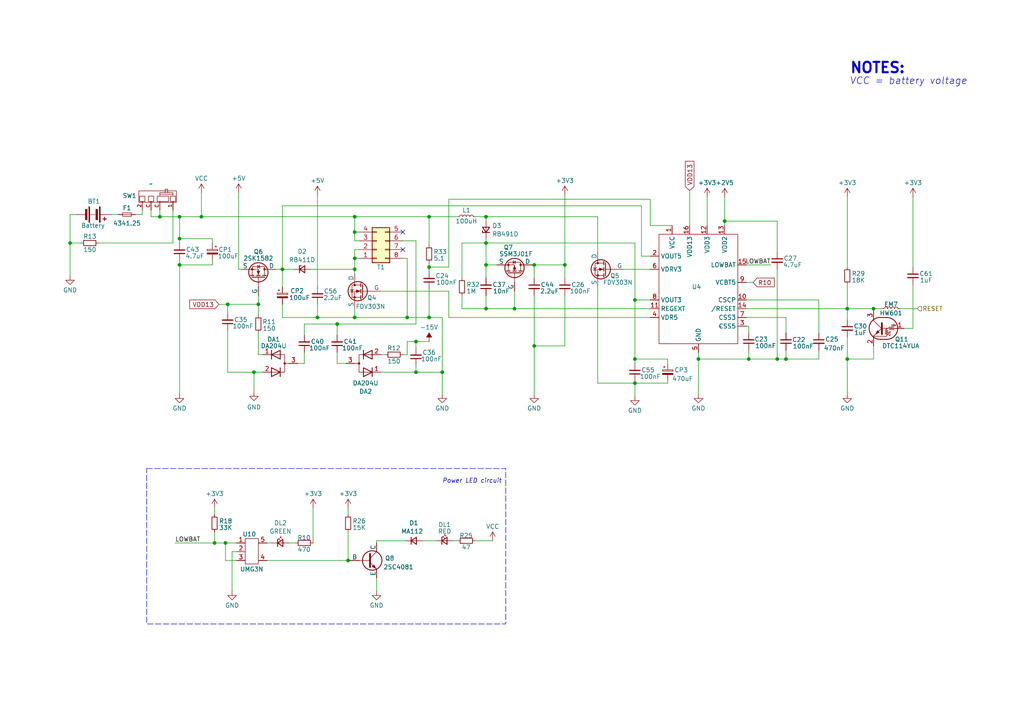
<source format=kicad_sch>
(kicad_sch (version 20230121) (generator eeschema)
  (paper "A4")
  (lib_symbols
    (symbol "AGB:AGB_Power"
      (property "Reference" "U" (at 1.27 3.81 0))
      (symbol "AGB_Power_0_0"
        (pin unspecified line (at 17.78 -19.05 180) (length 2.54) (name "CSCP") (number "10"))
        (pin unspecified line (at -10.16 -21.59 0) (length 2.54) (name "REGEXT") (number "11"))
        (pin unspecified line (at 6.35 2.54 270) (length 2.54) (name "VDD3") (number "12"))
        (pin unspecified line (at 11.43 2.54 270) (length 2.54) (name "VDD2") (number "13"))
        (pin unspecified line (at 17.78 -21.59 180) (length 2.54) (name "/RESET") (number "14"))
        (pin unspecified line (at 17.78 -8.89 180) (length 2.54) (name "LOWBAT") (number "15"))
        (pin unspecified line (at 1.27 2.54 270) (length 2.54) (name "VDD13") (number "16"))
        (pin unspecified line (at -10.16 -6.35 0) (length 2.54) (name "VOUT5") (number "2"))
        (pin unspecified line (at 17.78 -26.67 180) (length 2.54) (name "CSS5") (number "3"))
        (pin unspecified line (at -10.16 -24.13 0) (length 2.54) (name "VDR5") (number "4"))
        (pin unspecified line (at 3.81 -34.29 90) (length 2.54) (name "GND") (number "5"))
        (pin unspecified line (at -10.16 -10.16 0) (length 2.54) (name "VDRV3") (number "6"))
        (pin unspecified line (at 17.78 -24.13 180) (length 2.54) (name "CSS3") (number "7"))
        (pin unspecified line (at -10.16 -19.05 0) (length 2.54) (name "VOUT3") (number "8"))
        (pin unspecified line (at 17.78 -13.97 180) (length 2.54) (name "VCBT5") (number "9"))
      )
      (symbol "AGB_Power_0_1"
        (rectangle (start -7.62 0) (end 15.24 -31.75))
      )
      (symbol "AGB_Power_1_0"
        (pin unspecified line (at -3.81 2.54 270) (length 2.54) (name "VCC") (number "1"))
      )
    )
    (symbol "AGB:AGB_SWITCH"
      (property "Reference" "SW" (at 0 2.54 0))
      (symbol "AGB_SWITCH_0_1"
        (rectangle (start -4.826 -2.032) (end 6.096 -5.334))
        (rectangle (start -4.572 -3.556) (end -3.048 -5.08))
        (rectangle (start -2.54 -3.556) (end 0.762 -5.08))
        (polyline (pts (xy -3.81 -3.048) (xy 0 -3.048)))
        (polyline (pts (xy -1.524 -2.54) (xy -1.524 -1.524) (xy -2.286 -1.524) (xy -2.286 -2.54)))
        (polyline (pts (xy 0 -3.302) (xy 0 -2.54) (xy -3.81 -2.54) (xy -3.81 -3.302)))
        (rectangle (start 1.778 -3.556) (end 3.302 -5.08))
        (rectangle (start 4.318 -3.556) (end 5.842 -5.08))
      )
      (symbol "AGB_SWITCH_1_1"
        (pin input line (at -3.81 -7.62 90) (length 2.54) (name "") (number "1"))
        (pin input line (at 5.08 -7.62 90) (length 2.54) (name "") (number "2"))
        (pin input line (at 0 -7.62 90) (length 2.54) (name "") (number "C"))
        (pin input line (at 2.54 -7.62 90) (length 2.54) (name "") (number "C"))
      )
    )
    (symbol "AGB:U10"
      (property "Reference" "U" (at 0 0 0))
      (property "Value" "UMG3N " (at 0 0 0))
      (symbol "U10_0_1"
        (rectangle (start -3.81 -3.81) (end 3.556 -7.62))
      )
      (symbol "U10_1_0"
        (pin unspecified line (at -2.54 -1.27 270) (length 2.54) (name "") (number "1"))
        (pin unspecified line (at 0 -1.27 270) (length 2.54) (name "") (number "2"))
        (pin unspecified line (at 2.54 -1.27 270) (length 2.54) (name "") (number "3"))
        (pin unspecified line (at 2.54 -10.16 90) (length 2.54) (name "") (number "4"))
        (pin unspecified line (at -2.54 -10.16 90) (length 2.54) (name "") (number "5"))
      )
    )
    (symbol "Connector_Generic:Conn_02x04_Counter_Clockwise" (pin_names (offset 1.016) hide)
      (property "Reference" "J" (at 1.27 5.08 0))
      (property "Value" "Conn_02x04_Counter_Clockwise" (at 1.27 -7.62 0))
      (symbol "Conn_02x04_Counter_Clockwise_1_1"
        (rectangle (start -1.27 -4.953) (end 0 -5.207) (stroke (width 0.1524)))
        (rectangle (start -1.27 -2.413) (end 0 -2.667) (stroke (width 0.1524)))
        (rectangle (start -1.27 0.127) (end 0 -0.127) (stroke (width 0.1524)))
        (rectangle (start -1.27 2.667) (end 0 2.413) (stroke (width 0.1524)))
        (rectangle (start -1.27 3.81) (end 3.81 -6.35) (stroke (width 0.254)) (fill (type background)))
        (rectangle (start 3.81 -4.953) (end 2.54 -5.207) (stroke (width 0.1524)))
        (rectangle (start 3.81 -2.413) (end 2.54 -2.667) (stroke (width 0.1524)))
        (rectangle (start 3.81 0.127) (end 2.54 -0.127) (stroke (width 0.1524)))
        (rectangle (start 3.81 2.667) (end 2.54 2.413) (stroke (width 0.1524)))
        (pin passive line (at -5.08 2.54 0) (length 3.81) (name "Pin_1") (number "1"))
        (pin passive line (at -5.08 0 0) (length 3.81) (name "Pin_2") (number "2"))
        (pin passive line (at -5.08 -2.54 0) (length 3.81) (name "Pin_3") (number "3"))
        (pin passive line (at -5.08 -5.08 0) (length 3.81) (name "Pin_4") (number "4"))
        (pin passive line (at 7.62 -5.08 180) (length 3.81) (name "Pin_5") (number "5"))
        (pin passive line (at 7.62 -2.54 180) (length 3.81) (name "Pin_6") (number "6"))
        (pin passive line (at 7.62 0 180) (length 3.81) (name "Pin_7") (number "7"))
        (pin passive line (at 7.62 2.54 180) (length 3.81) (name "Pin_8") (number "8"))
      )
    )
    (symbol "Device:Battery" (pin_numbers hide) (pin_names (offset 0) hide)
      (property "Reference" "BT" (at 2.54 2.54 0))
      (property "Value" "Battery" (at 2.54 0 0))
      (symbol "Battery_0_1"
        (rectangle (start -2.286 -1.27) (end 2.286 -1.524) (fill (type outline)))
        (rectangle (start -2.286 1.778) (end 2.286 1.524) (fill (type outline)))
        (rectangle (start -1.524 -2.032) (end 1.524 -2.54) (fill (type outline)))
        (rectangle (start -1.524 1.016) (end 1.524 0.508) (fill (type outline)))
        (polyline (pts (xy 0 -1.016) (xy 0 -0.762)))
        (polyline (pts (xy 0 -0.508) (xy 0 -0.254)))
        (polyline (pts (xy 0 0) (xy 0 0.254)))
        (polyline (pts (xy 0 1.778) (xy 0 2.54)))
        (polyline (pts (xy 0.762 3.048) (xy 1.778 3.048)) (stroke (width 0.254)))
        (polyline (pts (xy 1.27 3.556) (xy 1.27 2.54)) (stroke (width 0.254)))
      )
      (symbol "Battery_1_1"
        (pin passive line (at 0 5.08 270) (length 2.54) (name "+") (number "1"))
        (pin passive line (at 0 -5.08 90) (length 2.54) (name "-") (number "2"))
      )
    )
    (symbol "Device:C_Polarized_Small" (pin_numbers hide) (pin_names (offset 0.254) hide)
      (property "Reference" "C" (at 0.254 1.778 0))
      (property "Value" "C_Polarized_Small" (at 0.254 -2.032 0))
      (symbol "C_Polarized_Small_0_1"
        (rectangle (start -1.524 -0.3048) (end 1.524 -0.6858) (fill (type outline)))
        (rectangle (start -1.524 0.6858) (end 1.524 0.3048))
        (polyline (pts (xy -1.27 1.524) (xy -0.762 1.524)))
        (polyline (pts (xy -1.016 1.27) (xy -1.016 1.778)))
      )
      (symbol "C_Polarized_Small_1_1"
        (pin passive line (at 0 2.54 270) (length 1.8542) (name "~") (number "1"))
        (pin passive line (at 0 -2.54 90) (length 1.8542) (name "~") (number "2"))
      )
    )
    (symbol "Device:C_Small" (pin_numbers hide) (pin_names (offset 0.254) hide)
      (property "Reference" "C" (at 0.254 1.778 0))
      (property "Value" "C_Small" (at 0.254 -2.032 0))
      (symbol "C_Small_0_1"
        (polyline (pts (xy -1.524 -0.508) (xy 1.524 -0.508)) (stroke (width 0.3302)))
        (polyline (pts (xy -1.524 0.508) (xy 1.524 0.508)) (stroke (width 0.3048)))
      )
      (symbol "C_Small_1_1"
        (pin passive line (at 0 2.54 270) (length 2.032) (name "~") (number "1"))
        (pin passive line (at 0 -2.54 90) (length 2.032) (name "~") (number "2"))
      )
    )
    (symbol "Device:D_Dual_Series_KAC_Parallel" (pin_names (offset 0.762) hide)
      (property "Reference" "D" (at 0 5.08 0))
      (property "Value" "D_Dual_Series_KAC_Parallel" (at 0 -5.08 0))
      (symbol "D_Dual_Series_KAC_Parallel_0_0"
        (polyline (pts (xy 0 -1.27) (xy 0 -3.81)) (stroke (width 0.254)))
        (polyline (pts (xy 2.54 3.81) (xy 2.54 1.27)) (stroke (width 0.254)))
      )
      (symbol "D_Dual_Series_KAC_Parallel_0_1"
        (circle (center -1.27 0) (radius 0.254) (fill (type outline)))
        (polyline (pts (xy -1.27 0) (xy -2.54 0)))
        (polyline (pts (xy 2.54 2.54) (xy -1.27 2.54) (xy -1.27 -2.54) (xy 2.54 -2.54)))
        (polyline (pts (xy 0 3.81) (xy 2.54 2.54) (xy 0 1.27) (xy 0 3.81) (xy 0 3.81) (xy 0 3.81)) (stroke (width 0.254)))
        (polyline (pts (xy 2.54 -1.27) (xy 0 -2.54) (xy 2.54 -3.81) (xy 2.54 -1.27) (xy 2.54 -1.27) (xy 2.54 -1.27)) (stroke (width 0.254)))
        (pin passive line (at 5.08 2.54 180) (length 2.54) (name "K") (number "1"))
        (pin passive line (at 5.08 -2.54 180) (length 2.54) (name "K") (number "2"))
        (pin passive line (at -5.08 0 0) (length 2.54) (name "A") (number "3"))
      )
    )
    (symbol "Device:D_Small" (pin_numbers hide) (pin_names (offset 0.254) hide)
      (property "Reference" "D" (at -1.27 2.032 0))
      (property "Value" "D_Small" (at -3.81 -2.032 0))
      (symbol "D_Small_0_1"
        (polyline (pts (xy -0.762 -1.016) (xy -0.762 1.016)) (stroke (width 0.254)))
        (polyline (pts (xy -0.762 0) (xy 0.762 0)))
        (polyline (pts (xy 0.762 -1.016) (xy -0.762 0) (xy 0.762 1.016) (xy 0.762 -1.016)) (stroke (width 0.254)))
      )
      (symbol "D_Small_1_1"
        (pin passive line (at -2.54 0 0) (length 1.778) (name "K") (number "1"))
        (pin passive line (at 2.54 0 180) (length 1.778) (name "A") (number "2"))
      )
    )
    (symbol "Device:D_Zener_Small" (pin_numbers hide) (pin_names (offset 0.254) hide)
      (property "Reference" "D" (at 0 2.286 0))
      (property "Value" "D_Zener_Small" (at 0 -2.286 0))
      (symbol "D_Zener_Small_0_1"
        (polyline (pts (xy 0.762 0) (xy -0.762 0)))
        (polyline (pts (xy -0.254 1.016) (xy -0.762 1.016) (xy -0.762 -1.016)) (stroke (width 0.254)))
        (polyline (pts (xy 0.762 1.016) (xy -0.762 0) (xy 0.762 -1.016) (xy 0.762 1.016)) (stroke (width 0.254)))
      )
      (symbol "D_Zener_Small_1_1"
        (pin passive line (at -2.54 0 0) (length 1.778) (name "K") (number "1"))
        (pin passive line (at 2.54 0 180) (length 1.778) (name "A") (number "2"))
      )
    )
    (symbol "Device:Fuse_Small" (pin_numbers hide) (pin_names (offset 0.254) hide)
      (property "Reference" "F" (at 0 -1.524 0))
      (property "Value" "Fuse_Small" (at 0 1.524 0))
      (symbol "Fuse_Small_0_1"
        (rectangle (start -1.27 0.508) (end 1.27 -0.508))
        (polyline (pts (xy -1.27 0) (xy 1.27 0)))
      )
      (symbol "Fuse_Small_1_1"
        (pin passive line (at -2.54 0 0) (length 1.27) (name "~") (number "1"))
        (pin passive line (at 2.54 0 180) (length 1.27) (name "~") (number "2"))
      )
    )
    (symbol "Device:LED_Small" (pin_numbers hide) (pin_names (offset 0.254) hide)
      (property "Reference" "D" (at -1.27 3.175 0))
      (property "Value" "LED_Small" (at -4.445 -2.54 0))
      (symbol "LED_Small_0_1"
        (polyline (pts (xy -0.762 -1.016) (xy -0.762 1.016)) (stroke (width 0.254)))
        (polyline (pts (xy 1.016 0) (xy -0.762 0)))
        (polyline (pts (xy 0.762 -1.016) (xy -0.762 0) (xy 0.762 1.016) (xy 0.762 -1.016)) (stroke (width 0.254)))
        (polyline (pts (xy 0 0.762) (xy -0.508 1.27) (xy -0.254 1.27) (xy -0.508 1.27) (xy -0.508 1.016)))
        (polyline (pts (xy 0.508 1.27) (xy 0 1.778) (xy 0.254 1.778) (xy 0 1.778) (xy 0 1.524)))
      )
      (symbol "LED_Small_1_1"
        (pin passive line (at -2.54 0 0) (length 1.778) (name "K") (number "1"))
        (pin passive line (at 2.54 0 180) (length 1.778) (name "A") (number "2"))
      )
    )
    (symbol "Device:L_Small" (pin_numbers hide) (pin_names (offset 0.254) hide)
      (property "Reference" "L" (at 0.762 1.016 0))
      (property "Value" "L_Small" (at 0.762 -1.016 0))
      (symbol "L_Small_0_1"
        (arc (start 0 -2.032) (mid 0.5058 -1.524) (end 0 -1.016))
        (arc (start 0 -1.016) (mid 0.5058 -0.508) (end 0 0))
        (arc (start 0 0) (mid 0.5058 0.508) (end 0 1.016))
        (arc (start 0 1.016) (mid 0.5058 1.524) (end 0 2.032))
      )
      (symbol "L_Small_1_1"
        (pin passive line (at 0 2.54 270) (length 0.508) (name "~") (number "1"))
        (pin passive line (at 0 -2.54 90) (length 0.508) (name "~") (number "2"))
      )
    )
    (symbol "Device:R_Small" (pin_numbers hide) (pin_names (offset 0.254) hide)
      (property "Reference" "R" (at 0.762 0.508 0))
      (property "Value" "R_Small" (at 0.762 -1.016 0))
      (symbol "R_Small_0_1"
        (rectangle (start -0.762 1.778) (end 0.762 -1.778) (stroke (width 0.2032)))
      )
      (symbol "R_Small_1_1"
        (pin passive line (at 0 2.54 270) (length 0.762) (name "~") (number "1"))
        (pin passive line (at 0 -2.54 90) (length 0.762) (name "~") (number "2"))
      )
    )
    (symbol "Simulation_SPICE:NMOS" (pin_numbers hide) (pin_names (offset 0))
      (property "Reference" "Q" (at 5.08 1.27 0))
      (property "Value" "NMOS" (at 5.08 -1.27 0))
      (symbol "NMOS_0_1"
        (polyline (pts (xy 0.254 0) (xy -2.54 0)))
        (polyline (pts (xy 0.254 1.905) (xy 0.254 -1.905)) (stroke (width 0.254)))
        (polyline (pts (xy 0.762 -1.27) (xy 0.762 -2.286)) (stroke (width 0.254)))
        (polyline (pts (xy 0.762 0.508) (xy 0.762 -0.508)) (stroke (width 0.254)))
        (polyline (pts (xy 0.762 2.286) (xy 0.762 1.27)) (stroke (width 0.254)))
        (polyline (pts (xy 2.54 2.54) (xy 2.54 1.778)))
        (polyline (pts (xy 2.54 -2.54) (xy 2.54 0) (xy 0.762 0)))
        (polyline (pts (xy 0.762 -1.778) (xy 3.302 -1.778) (xy 3.302 1.778) (xy 0.762 1.778)))
        (polyline (pts (xy 1.016 0) (xy 2.032 0.381) (xy 2.032 -0.381) (xy 1.016 0)) (fill (type outline)))
        (polyline (pts (xy 2.794 0.508) (xy 2.921 0.381) (xy 3.683 0.381) (xy 3.81 0.254)))
        (polyline (pts (xy 3.302 0.381) (xy 2.921 -0.254) (xy 3.683 -0.254) (xy 3.302 0.381)))
        (circle (center 1.651 0) (radius 2.794) (stroke (width 0.254)))
        (circle (center 2.54 -1.778) (radius 0.254) (fill (type outline)))
        (circle (center 2.54 1.778) (radius 0.254) (fill (type outline)))
      )
      (symbol "NMOS_1_1"
        (pin passive line (at 2.54 5.08 270) (length 2.54) (name "D") (number "1"))
        (pin input line (at -5.08 0 0) (length 2.54) (name "G") (number "2"))
        (pin passive line (at 2.54 -5.08 90) (length 2.54) (name "S") (number "3"))
      )
    )
    (symbol "Simulation_SPICE:NPN" (pin_numbers hide) (pin_names (offset 0))
      (property "Reference" "Q" (at -2.54 7.62 0))
      (property "Value" "NPN" (at -2.54 5.08 0))
      (symbol "NPN_0_1"
        (polyline (pts (xy -2.54 0) (xy 0.635 0)) (stroke (width 0.1524)))
        (polyline (pts (xy 0.635 0.635) (xy 2.54 2.54)))
        (polyline (pts (xy 2.794 -1.27) (xy 2.794 -1.27)) (stroke (width 0.1524)))
        (polyline (pts (xy 2.794 -1.27) (xy 2.794 -1.27)) (stroke (width 0.1524)))
        (polyline (pts (xy 0.635 -0.635) (xy 2.54 -2.54) (xy 2.54 -2.54)))
        (polyline (pts (xy 0.635 1.905) (xy 0.635 -1.905) (xy 0.635 -1.905)) (stroke (width 0.508)))
        (polyline (pts (xy 1.27 -1.778) (xy 1.778 -1.27) (xy 2.286 -2.286) (xy 1.27 -1.778) (xy 1.27 -1.778)) (fill (type outline)))
        (circle (center 1.27 0) (radius 2.8194) (stroke (width 0.254)))
      )
      (symbol "NPN_1_1"
        (pin open_collector line (at 2.54 5.08 270) (length 2.54) (name "C") (number "1"))
        (pin input line (at -5.08 0 0) (length 2.54) (name "B") (number "2"))
        (pin open_emitter line (at 2.54 -5.08 90) (length 2.54) (name "E") (number "3"))
      )
    )
    (symbol "Simulation_SPICE:PMOS" (pin_numbers hide) (pin_names (offset 0))
      (property "Reference" "Q" (at 5.08 1.27 0))
      (property "Value" "PMOS" (at 5.08 -1.27 0))
      (symbol "PMOS_0_1"
        (polyline (pts (xy 0.254 0) (xy -2.54 0)))
        (polyline (pts (xy 0.254 1.905) (xy 0.254 -1.905)) (stroke (width 0.254)))
        (polyline (pts (xy 0.762 -1.27) (xy 0.762 -2.286)) (stroke (width 0.254)))
        (polyline (pts (xy 0.762 0.508) (xy 0.762 -0.508)) (stroke (width 0.254)))
        (polyline (pts (xy 0.762 2.286) (xy 0.762 1.27)) (stroke (width 0.254)))
        (polyline (pts (xy 2.54 2.54) (xy 2.54 1.778)))
        (polyline (pts (xy 2.54 -2.54) (xy 2.54 0) (xy 0.762 0)))
        (polyline (pts (xy 0.762 1.778) (xy 3.302 1.778) (xy 3.302 -1.778) (xy 0.762 -1.778)))
        (polyline (pts (xy 2.286 0) (xy 1.27 0.381) (xy 1.27 -0.381) (xy 2.286 0)) (fill (type outline)))
        (polyline (pts (xy 2.794 -0.508) (xy 2.921 -0.381) (xy 3.683 -0.381) (xy 3.81 -0.254)))
        (polyline (pts (xy 3.302 -0.381) (xy 2.921 0.254) (xy 3.683 0.254) (xy 3.302 -0.381)))
        (circle (center 1.651 0) (radius 2.794) (stroke (width 0.254)))
        (circle (center 2.54 -1.778) (radius 0.254) (fill (type outline)))
        (circle (center 2.54 1.778) (radius 0.254) (fill (type outline)))
      )
      (symbol "PMOS_1_1"
        (pin passive line (at 2.54 5.08 270) (length 2.54) (name "D") (number "1"))
        (pin input line (at -5.08 0 0) (length 2.54) (name "G") (number "2"))
        (pin passive line (at 2.54 -5.08 90) (length 2.54) (name "S") (number "3"))
      )
    )
    (symbol "Transistor_BJT:DTC114Y" (pin_names (offset 0) hide)
      (property "Reference" "Q" (at 5.08 1.905 0))
      (property "Value" "DTC114Y" (at 5.08 0 0))
      (symbol "DTC114Y_0_0"
        (text "10k" (at -3.302 0.889 0) (effects (font (size 0.508 0.508))))
        (text "47k" (at -2.159 -1.524 900) (effects (font (size 0.508 0.508))))
      )
      (symbol "DTC114Y_0_1"
        (circle (center -1.27 0) (radius 0.127))
        (arc (start -1.27 3.175) (mid -4.4312 0) (end -1.27 -3.175) (stroke (width 0.254)))
        (polyline (pts (xy -3.429 0) (xy -3.81 0)))
        (polyline (pts (xy -1.27 -3.175) (xy 0.635 -3.175)) (stroke (width 0.254)))
        (polyline (pts (xy -1.27 3.175) (xy 0.635 3.175)) (stroke (width 0.254)))
        (polyline (pts (xy 0 -0.254) (xy 2.54 2.286)))
        (polyline (pts (xy 0.127 1.524) (xy 0.127 -1.651)) (stroke (width 0.508)) (fill (type outline)))
        (polyline (pts (xy 2.54 2.286) (xy 2.54 2.54)))
        (polyline (pts (xy 2.54 -2.286) (xy 0 0.254) (xy 0 0.254)))
        (polyline (pts (xy 0.889 -1.143) (xy 1.397 -0.635) (xy 1.905 -1.651) (xy 0.889 -1.143)) (fill (type outline)))
        (polyline (pts (xy 0 0) (xy -1.905 0) (xy -2.032 0.508) (xy -2.286 -0.508) (xy -2.54 0.508) (xy -2.794 -0.508) (xy -3.048 0.508) (xy -3.302 -0.508) (xy -3.429 0)))
        (polyline (pts (xy -1.27 0) (xy -1.27 -0.381) (xy -0.762 -0.508) (xy -1.778 -0.762) (xy -0.762 -1.016) (xy -1.778 -1.27) (xy -0.762 -1.524) (xy -1.778 -1.778) (xy -1.27 -1.905) (xy -1.27 -2.286) (xy 2.54 -2.286)))
        (arc (start 0.635 -3.175) (mid 3.7962 0) (end 0.635 3.175) (stroke (width 0.254)))
        (circle (center 2.54 -2.286) (radius 0.127))
      )
      (symbol "DTC114Y_1_1"
        (pin input line (at -6.35 0 0) (length 2.54) (name "B") (number "1"))
        (pin passive line (at 2.54 -5.08 90) (length 2.54) (name "E") (number "2"))
        (pin passive line (at 2.54 5.08 270) (length 2.54) (name "C") (number "3"))
      )
    )
    (symbol "power:+2V5" (power) (pin_names (offset 0))
      (property "Value" "+2V5" (at 0 3.556 0))
      (symbol "+2V5_0_1"
        (polyline (pts (xy -0.762 1.27) (xy 0 2.54)))
        (polyline (pts (xy 0 0) (xy 0 2.54)))
        (polyline (pts (xy 0 2.54) (xy 0.762 1.27)))
      )
      (symbol "+2V5_1_1"
        (pin power_in line (at 0 0 90) (length 0) hide (name "+2V5") (number "1"))
      )
    )
    (symbol "power:+3V3" (power) (pin_names (offset 0))
      (property "Value" "+3V3" (at 0 3.556 0))
      (symbol "+3V3_0_1"
        (polyline (pts (xy -0.762 1.27) (xy 0 2.54)))
        (polyline (pts (xy 0 0) (xy 0 2.54)))
        (polyline (pts (xy 0 2.54) (xy 0.762 1.27)))
      )
      (symbol "+3V3_1_1"
        (pin power_in line (at 0 0 90) (length 0) hide (name "+3V3") (number "1"))
      )
    )
    (symbol "power:+5V" (power) (pin_names (offset 0))
      (property "Value" "+5V" (at 0 3.556 0))
      (symbol "+5V_0_1"
        (polyline (pts (xy -0.762 1.27) (xy 0 2.54)))
        (polyline (pts (xy 0 0) (xy 0 2.54)))
        (polyline (pts (xy 0 2.54) (xy 0.762 1.27)))
      )
      (symbol "+5V_1_1"
        (pin power_in line (at 0 0 90) (length 0) hide (name "+5V") (number "1"))
      )
    )
    (symbol "power:-15V" (power) (pin_names (offset 0))
      (property "Value" "-15V" (at 0 3.81 0))
      (symbol "-15V_0_0"
        (pin power_in line (at 0 0 90) (length 0) hide (name "-15V") (number "1"))
      )
      (symbol "-15V_0_1"
        (polyline (pts (xy 0 0) (xy 0 1.27) (xy 0.762 1.27) (xy 0 2.54) (xy -0.762 1.27) (xy 0 1.27)) (fill (type outline)))
      )
    )
    (symbol "power:GND" (power) (pin_names (offset 0))
      (property "Value" "GND" (at 0 -3.81 0))
      (symbol "GND_0_1"
        (polyline (pts (xy 0 0) (xy 0 -1.27) (xy 1.27 -1.27) (xy 0 -2.54) (xy -1.27 -1.27) (xy 0 -1.27)))
      )
      (symbol "GND_1_1"
        (pin power_in line (at 0 0 270) (length 0) hide (name "GND") (number "1"))
      )
    )
    (symbol "power:VCC" (power) (pin_names (offset 0))
      (property "Value" "VCC" (at 0 3.81 0))
      (symbol "VCC_0_1"
        (polyline (pts (xy -0.762 1.27) (xy 0 2.54)))
        (polyline (pts (xy 0 0) (xy 0 2.54)))
        (polyline (pts (xy 0 2.54) (xy 0.762 1.27)))
      )
      (symbol "VCC_1_1"
        (pin power_in line (at 0 0 90) (length 0) hide (name "VCC") (number "1"))
      )
    )
  )
  (junction (at 102.87 74.93))
  (junction (at 227.965 104.14))
  (junction (at 52.07 62.865))
  (junction (at 140.97 70.485))
  (junction (at 102.87 67.31))
  (junction (at 202.565 104.14))
  (junction (at 149.225 89.535))
  (junction (at 120.65 99.06))
  (junction (at 163.83 76.835))
  (junction (at 210.185 64.135))
  (junction (at 154.94 76.835))
  (junction (at 217.17 104.14))
  (junction (at 102.87 92.075))
  (junction (at 124.46 77.47))
  (junction (at 120.65 107.95))
  (junction (at 65.405 157.48))
  (junction (at 52.07 76.835))
  (junction (at 154.94 100.33))
  (junction (at 184.15 86.995))
  (junction (at 184.15 104.14))
  (junction (at 97.79 93.98))
  (junction (at 140.97 89.535))
  (junction (at 52.07 69.215))
  (junction (at 118.11 92.075))
  (junction (at 245.745 104.14))
  (junction (at 102.87 78.105))
  (junction (at 184.15 111.125))
  (junction (at 128.27 107.95))
  (junction (at 46.355 62.865))
  (junction (at 225.425 104.14))
  (junction (at 92.075 92.075))
  (junction (at 66.04 88.265))
  (junction (at 74.93 88.265))
  (junction (at 73.66 107.95))
  (junction (at 81.915 78.105))
  (junction (at 124.46 92.075))
  (junction (at 124.46 62.865))
  (junction (at 58.42 62.865))
  (junction (at 100.965 162.56))
  (junction (at 102.87 62.865))
  (junction (at 245.745 89.535))
  (junction (at 62.23 157.48))
  (junction (at 20.32 70.485))
  (junction (at 140.97 76.835))
  (junction (at 253.365 89.535))
  (junction (at 140.97 62.865))
  (no_connect (at 116.84 67.31))
  (no_connect (at 116.84 72.39))
  (wire (pts (xy 163.83 56.515) (xy 163.83 76.835)))
  (wire (pts (xy 216.535 86.995) (xy 237.49 86.995)))
  (wire (pts (xy 188.595 57.785) (xy 130.175 57.785)))
  (wire (pts (xy 110.49 107.95) (xy 120.65 107.95)))
  (wire (pts (xy 237.49 101.6) (xy 237.49 104.14)))
  (wire (pts (xy 200.025 55.245) (xy 200.025 65.405)))
  (wire (pts (xy 264.795 82.55) (xy 264.795 95.25)))
  (wire (pts (xy 102.87 62.865) (xy 124.46 62.865)))
  (wire (pts (xy 140.97 62.865) (xy 140.97 64.135)))
  (wire (pts (xy 92.075 83.185) (xy 92.075 56.515)))
  (wire (pts (xy 154.94 100.33) (xy 154.94 114.3)))
  (wire (pts (xy 184.15 111.125) (xy 184.15 114.935)))
  (wire (pts (xy 88.265 102.235) (xy 88.265 105.41)))
  (wire (pts (xy 104.14 69.85) (xy 102.87 69.85)))
  (wire (pts (xy 223.52 76.835) (xy 216.535 76.835)))
  (wire (pts (xy 102.87 78.105) (xy 102.87 79.375)))
  (wire (pts (xy 52.07 62.865) (xy 58.42 62.865)))
  (wire (pts (xy 133.985 70.485) (xy 140.97 70.485)))
  (wire (pts (xy 154.94 80.645) (xy 154.94 76.835)))
  (wire (pts (xy 124.46 62.865) (xy 132.715 62.865)))
  (wire (pts (xy 130.175 92.075) (xy 188.595 92.075)))
  (wire (pts (xy 245.745 89.535) (xy 245.745 92.71)))
  (wire (pts (xy 140.97 69.215) (xy 140.97 70.485)))
  (wire (pts (xy 85.725 157.48) (xy 83.82 157.48)))
  (wire (pts (xy 130.175 77.47) (xy 124.46 77.47)))
  (wire (pts (xy 130.175 57.785) (xy 130.175 77.47)))
  (wire (pts (xy 149.225 89.535) (xy 188.595 89.535)))
  (wire (pts (xy 118.11 74.93) (xy 118.11 92.075)))
  (wire (pts (xy 73.66 107.95) (xy 76.2 107.95)))
  (wire (pts (xy 97.79 93.98) (xy 120.65 93.98)))
  (wire (pts (xy 216.535 81.915) (xy 218.44 81.915)))
  (wire (pts (xy 184.15 86.995) (xy 184.15 104.14)))
  (wire (pts (xy 69.215 55.88) (xy 69.215 78.105)))
  (wire (pts (xy 133.985 80.645) (xy 133.985 70.485)))
  (wire (pts (xy 163.83 80.645) (xy 163.83 76.835)))
  (wire (pts (xy 61.595 70.485) (xy 61.595 69.215)))
  (wire (pts (xy 20.32 62.23) (xy 22.225 62.23)))
  (wire (pts (xy 102.87 89.535) (xy 102.87 92.075)))
  (wire (pts (xy 74.93 102.87) (xy 74.93 96.52)))
  (wire (pts (xy 90.805 147.32) (xy 90.805 157.48)))
  (wire (pts (xy 81.915 92.075) (xy 92.075 92.075)))
  (wire (pts (xy 154.94 76.835) (xy 163.83 76.835)))
  (wire (pts (xy 61.595 76.835) (xy 52.07 76.835)))
  (wire (pts (xy 97.79 102.235) (xy 97.79 105.41)))
  (wire (pts (xy 173.355 83.185) (xy 173.355 111.125)))
  (wire (pts (xy 101.6 162.56) (xy 100.965 162.56)))
  (wire (pts (xy 46.355 62.865) (xy 52.07 62.865)))
  (wire (pts (xy 104.14 67.31) (xy 102.87 67.31)))
  (wire (pts (xy 62.23 157.48) (xy 65.405 157.48)))
  (wire (pts (xy 184.15 86.995) (xy 184.15 70.485)))
  (wire (pts (xy 126.365 156.845) (xy 122.555 156.845)))
  (wire (pts (xy 52.07 62.865) (xy 52.07 69.215)))
  (wire (pts (xy 74.93 85.725) (xy 74.93 88.265)))
  (wire (pts (xy 227.965 92.075) (xy 227.965 96.52)))
  (wire (pts (xy 97.79 105.41) (xy 100.33 105.41)))
  (wire (pts (xy 245.745 82.55) (xy 245.745 89.535)))
  (wire (pts (xy 52.07 114.3) (xy 52.07 76.835)))
  (wire (pts (xy 81.915 78.105) (xy 85.09 78.105)))
  (wire (pts (xy 62.23 147.32) (xy 62.23 149.225)))
  (wire (pts (xy 66.04 95.885) (xy 66.04 107.95)))
  (wire (pts (xy 102.87 74.93) (xy 102.87 72.39)))
  (wire (pts (xy 217.17 104.14) (xy 202.565 104.14)))
  (wire (pts (xy 100.965 154.305) (xy 100.965 162.56)))
  (wire (pts (xy 20.32 70.485) (xy 20.32 62.23)))
  (wire (pts (xy 202.565 102.235) (xy 202.565 104.14)))
  (wire (pts (xy 81.915 88.265) (xy 81.915 92.075)))
  (wire (pts (xy 78.74 157.48) (xy 77.47 157.48)))
  (wire (pts (xy 102.87 74.93) (xy 102.87 78.105)))
  (wire (pts (xy 68.58 162.56) (xy 65.405 162.56)))
  (wire (pts (xy 133.985 89.535) (xy 140.97 89.535)))
  (wire (pts (xy 77.47 162.56) (xy 100.965 162.56)))
  (wire (pts (xy 188.595 74.295) (xy 186.055 74.295)))
  (wire (pts (xy 74.93 102.87) (xy 76.2 102.87)))
  (wire (pts (xy 34.29 62.23) (xy 32.385 62.23)))
  (wire (pts (xy 20.32 80.01) (xy 20.32 70.485)))
  (wire (pts (xy 140.97 76.835) (xy 140.97 80.645)))
  (wire (pts (xy 186.055 59.69) (xy 81.915 59.69)))
  (wire (pts (xy 97.79 93.98) (xy 88.265 93.98)))
  (wire (pts (xy 97.79 93.98) (xy 97.79 97.155)))
  (wire (pts (xy 264.795 95.25) (xy 262.255 95.25)))
  (wire (pts (xy 163.83 85.725) (xy 163.83 100.33)))
  (wire (pts (xy 118.11 102.87) (xy 116.84 102.87)))
  (wire (pts (xy 65.405 157.48) (xy 68.58 157.48)))
  (wire (pts (xy 58.42 62.865) (xy 102.87 62.865)))
  (wire (pts (xy 217.17 94.615) (xy 216.535 94.615)))
  (wire (pts (xy 61.595 75.565) (xy 61.595 76.835)))
  (wire (pts (xy 120.65 107.95) (xy 128.27 107.95)))
  (wire (pts (xy 205.105 57.15) (xy 205.105 65.405)))
  (wire (pts (xy 20.32 70.485) (xy 23.495 70.485)))
  (wire (pts (xy 180.975 78.105) (xy 188.595 78.105)))
  (wire (pts (xy 52.07 76.835) (xy 52.07 75.565)))
  (wire (pts (xy 237.49 86.995) (xy 237.49 96.52)))
  (wire (pts (xy 184.15 111.125) (xy 184.15 110.49)))
  (wire (pts (xy 217.17 104.14) (xy 225.425 104.14)))
  (wire (pts (xy 63.5 88.265) (xy 66.04 88.265)))
  (wire (pts (xy 130.175 84.455) (xy 130.175 92.075)))
  (wire (pts (xy 104.14 74.93) (xy 102.87 74.93)))
  (wire (pts (xy 116.84 69.85) (xy 120.65 69.85)))
  (wire (pts (xy 110.49 102.87) (xy 111.76 102.87)))
  (wire (pts (xy 216.535 89.535) (xy 245.745 89.535)))
  (wire (pts (xy 193.675 111.125) (xy 193.675 110.49)))
  (wire (pts (xy 124.46 71.12) (xy 124.46 62.865)))
  (wire (pts (xy 194.945 65.405) (xy 188.595 65.405)))
  (wire (pts (xy 142.875 156.845) (xy 137.795 156.845)))
  (wire (pts (xy 128.27 107.95) (xy 128.27 114.3)))
  (wire (pts (xy 50.165 60.96) (xy 50.165 70.485)))
  (wire (pts (xy 149.225 89.535) (xy 149.225 84.455)))
  (wire (pts (xy 109.22 156.845) (xy 109.22 157.48)))
  (wire (pts (xy 193.675 104.14) (xy 184.15 104.14)))
  (wire (pts (xy 255.905 89.535) (xy 253.365 89.535)))
  (wire (pts (xy 186.055 74.295) (xy 186.055 59.69)))
  (wire (pts (xy 52.07 69.215) (xy 52.07 70.485)))
  (wire (pts (xy 46.355 60.96) (xy 46.355 62.865)))
  (wire (pts (xy 264.795 57.15) (xy 264.795 77.47)))
  (wire (pts (xy 39.37 62.23) (xy 41.275 62.23)))
  (wire (pts (xy 120.65 69.85) (xy 120.65 93.98)))
  (wire (pts (xy 66.04 107.95) (xy 73.66 107.95)))
  (wire (pts (xy 202.565 114.3) (xy 202.565 104.14)))
  (wire (pts (xy 133.985 85.725) (xy 133.985 89.535)))
  (wire (pts (xy 253.365 104.14) (xy 253.365 100.33)))
  (wire (pts (xy 132.715 156.845) (xy 131.445 156.845)))
  (wire (pts (xy 81.915 83.185) (xy 81.915 78.105)))
  (wire (pts (xy 140.97 76.835) (xy 140.97 70.485)))
  (wire (pts (xy 100.965 147.32) (xy 100.965 149.225)))
  (wire (pts (xy 140.97 89.535) (xy 149.225 89.535)))
  (wire (pts (xy 154.94 85.725) (xy 154.94 100.33)))
  (wire (pts (xy 140.97 62.865) (xy 173.355 62.865)))
  (wire (pts (xy 128.27 92.075) (xy 128.27 107.95)))
  (wire (pts (xy 88.265 93.98) (xy 88.265 97.155)))
  (wire (pts (xy 124.46 83.82) (xy 124.46 92.075)))
  (wire (pts (xy 217.17 101.6) (xy 217.17 104.14)))
  (wire (pts (xy 245.745 97.79) (xy 245.745 104.14)))
  (wire (pts (xy 130.175 84.455) (xy 110.49 84.455)))
  (wire (pts (xy 102.87 67.31) (xy 102.87 69.85)))
  (wire (pts (xy 253.365 89.535) (xy 253.365 90.17)))
  (wire (pts (xy 50.8 157.48) (xy 62.23 157.48)))
  (wire (pts (xy 88.265 105.41) (xy 86.36 105.41)))
  (wire (pts (xy 245.745 89.535) (xy 253.365 89.535)))
  (wire (pts (xy 66.04 88.265) (xy 74.93 88.265)))
  (wire (pts (xy 61.595 69.215) (xy 52.07 69.215)))
  (wire (pts (xy 137.795 62.865) (xy 140.97 62.865)))
  (wire (pts (xy 210.185 57.15) (xy 210.185 64.135)))
  (wire (pts (xy 188.595 65.405) (xy 188.595 57.785)))
  (wire (pts (xy 120.65 99.06) (xy 120.65 100.965)))
  (wire (pts (xy 120.65 99.06) (xy 124.46 99.06)))
  (wire (pts (xy 140.97 76.835) (xy 144.145 76.835)))
  (wire (pts (xy 154.94 100.33) (xy 163.83 100.33)))
  (wire (pts (xy 74.93 88.265) (xy 74.93 91.44)))
  (wire (pts (xy 92.075 92.075) (xy 102.87 92.075)))
  (wire (pts (xy 225.425 104.14) (xy 227.965 104.14)))
  (wire (pts (xy 41.275 62.23) (xy 41.275 60.96)))
  (wire (pts (xy 217.17 96.52) (xy 217.17 94.615)))
  (wire (pts (xy 69.215 78.105) (xy 69.85 78.105)))
  (wire (pts (xy 67.31 160.02) (xy 67.31 171.45)))
  (wire (pts (xy 109.22 171.45) (xy 109.22 167.64)))
  (wire (pts (xy 124.46 76.2) (xy 124.46 77.47)))
  (wire (pts (xy 216.535 92.075) (xy 227.965 92.075)))
  (wire (pts (xy 102.87 92.075) (xy 118.11 92.075)))
  (wire (pts (xy 184.15 86.995) (xy 188.595 86.995)))
  (wire (pts (xy 184.15 104.14) (xy 184.15 105.41)))
  (wire (pts (xy 193.675 105.41) (xy 193.675 104.14)))
  (wire (pts (xy 62.23 157.48) (xy 62.23 154.305)))
  (wire (pts (xy 80.01 78.105) (xy 81.915 78.105)))
  (wire (pts (xy 102.87 62.865) (xy 102.87 67.31)))
  (wire (pts (xy 173.355 62.865) (xy 173.355 73.025)))
  (wire (pts (xy 245.745 104.14) (xy 253.365 104.14)))
  (wire (pts (xy 118.11 99.06) (xy 118.11 102.87)))
  (wire (pts (xy 210.185 64.135) (xy 210.185 65.405)))
  (wire (pts (xy 140.97 85.725) (xy 140.97 89.535)))
  (wire (pts (xy 266.065 89.535) (xy 260.985 89.535)))
  (wire (pts (xy 245.745 114.3) (xy 245.745 104.14)))
  (wire (pts (xy 225.425 64.135) (xy 225.425 73.025)))
  (wire (pts (xy 225.425 104.14) (xy 225.425 78.105)))
  (wire (pts (xy 102.87 72.39) (xy 104.14 72.39)))
  (wire (pts (xy 66.04 90.805) (xy 66.04 88.265)))
  (wire (pts (xy 245.745 57.15) (xy 245.745 77.47)))
  (wire (pts (xy 81.915 59.69) (xy 81.915 78.105)))
  (wire (pts (xy 140.97 70.485) (xy 184.15 70.485)))
  (wire (pts (xy 118.11 92.075) (xy 124.46 92.075)))
  (wire (pts (xy 128.27 92.075) (xy 124.46 92.075)))
  (wire (pts (xy 184.15 111.125) (xy 193.675 111.125)))
  (wire (pts (xy 43.815 60.96) (xy 43.815 62.865)))
  (wire (pts (xy 68.58 160.02) (xy 67.31 160.02)))
  (wire (pts (xy 237.49 104.14) (xy 227.965 104.14)))
  (wire (pts (xy 116.84 74.93) (xy 118.11 74.93)))
  (wire (pts (xy 173.355 111.125) (xy 184.15 111.125)))
  (wire (pts (xy 28.575 70.485) (xy 50.165 70.485)))
  (wire (pts (xy 154.94 76.835) (xy 154.305 76.835)))
  (wire (pts (xy 120.65 106.045) (xy 120.65 107.95)))
  (wire (pts (xy 43.815 62.865) (xy 46.355 62.865)))
  (wire (pts (xy 58.42 55.88) (xy 58.42 62.865)))
  (wire (pts (xy 90.17 78.105) (xy 102.87 78.105)))
  (wire (pts (xy 227.965 101.6) (xy 227.965 104.14)))
  (wire (pts (xy 65.405 162.56) (xy 65.405 157.48)))
  (wire (pts (xy 124.46 77.47) (xy 124.46 78.74)))
  (wire (pts (xy 120.65 99.06) (xy 118.11 99.06)))
  (wire (pts (xy 73.66 113.665) (xy 73.66 107.95)))
  (wire (pts (xy 92.075 88.265) (xy 92.075 92.075)))
  (wire (pts (xy 117.475 156.845) (xy 109.22 156.845)))
  (wire (pts (xy 225.425 64.135) (xy 210.185 64.135)))
  (rectangle (start 42.545 135.89) (end 146.685 180.975) (stroke (width 0) (type dash)))
  (text "VCC = battery voltage" (at 246.38 24.765 0) (effects (font (size 2 2) italic) (justify left bottom)))
  (text "NOTES:" (at 246.38 21.59 0) (effects (font (size 3 3) (thickness 0.6) bold) (justify left bottom)))
  (text "Power LED circuit" (at 128.27 140.335 0) (effects (font (size 1.27 1.27) italic) (justify left bottom)))
  (label "LOWBAT" (at 50.8 157.48 0))
  (label "LOWBAT" (at 223.52 76.835 180))
  (global_label "VDD13" (shape input) (at 200.025 55.245 90) (property "Intersheetrefs" "${INTERSHEET_REFS}" (effects hide)))
  (global_label "R10" (shape input) (at 218.44 81.915 0) (property "Intersheetrefs" "${INTERSHEET_REFS}" (effects hide)))
  (global_label "VDD13" (shape input) (at 63.5 88.265 180) (property "Intersheetrefs" "${INTERSHEET_REFS}" (effects hide)))
  (hierarchical_label "RESET" (shape input) (at 266.065 89.535 0))
  (symbol (lib_id "Device:C_Polarized_Small") (at 61.595 73.025 0) (mirror y) (unit 1)
    (property "Reference" "CP1" (at 67.31 72.39 0) (effects (justify left)))
    (property "Value" "100uF" (at 69.215 74.295 0) (effects (justify left)))
    (property "Footprint" "Capacitor_SMD:CP_Elec_5x5.4" (effects hide))
  )
  (symbol (lib_id "Device:C_Small") (at 92.075 85.725 0) (mirror x) (unit 1)
    (property "Reference" "C56" (at 95.885 84.455 0))
    (property "Value" "2.2uF" (at 96.52 86.36 0))
    (property "Footprint" "Capacitor_SMD:C_0805_2012Metric" (effects hide))
  )
  (symbol (lib_id "power:+3V3") (at 163.83 56.515 0) (unit 1)
    (property "Reference" "#PWR087" (effects hide))
    (property "Value" "+3V3" (at 163.83 52.3819 0))
  )
  (symbol (lib_id "Simulation_SPICE:NPN") (at 106.68 162.56 0) (unit 1)
    (property "Reference" "Q8" (at 113.03 161.925 0))
    (property "Value" "2SC4081" (at 115.57 164.465 0))
    (property "Footprint" "Package_TO_SOT_SMD:SOT-323_SC-70" (effects hide))
    (property "Sim.Device" "NPN" (effects hide))
    (property "Sim.Type" "GUMMELPOON" (effects hide))
    (property "Sim.Pins" "1=C 2=B 3=E" (effects hide))
    (instances (project "gba" (path "" (reference "Q8") (unit 1)) (path "" (reference "Q9") (unit 1))))
  )
  (symbol (lib_id "power:GND") (at 154.94 114.3 0) (unit 1)
    (property "Reference" "#PWR084" (effects hide))
    (property "Value" "GND" (at 154.94 118.4331 0))
  )
  (symbol (lib_id "Device:R_Small") (at 114.3 102.87 90) (mirror x) (unit 1)
    (property "Reference" "R12" (at 116.205 100.965 90) (effects (justify left)))
    (property "Value" "150" (at 116.205 104.775 90) (effects (justify left)))
    (property "Footprint" "Resistor_SMD:R_0402_1005Metric" (effects hide))
  )
  (symbol (lib_id "Device:C_Polarized_Small") (at 193.675 107.95 0) (unit 1)
    (property "Reference" "CP3" (at 195.58 107.315 0) (effects (justify left)))
    (property "Value" "470uF" (at 194.945 109.855 0) (effects (justify left)))
    (property "Footprint" "Capacitor_SMD:CP_Elec_8x6.9" (effects hide))
  )
  (symbol (lib_id "Device:Fuse_Small") (at 36.83 62.23 0) (unit 1)
    (property "Reference" "F1" (at 36.83 60.325 0))
    (property "Value" "4341.25" (at 36.83 64.77 0))
    (property "Footprint" "Fuse:Fuse_0603_1608Metric" (effects hide))
  )
  (symbol (lib_id "power:GND") (at 245.745 114.3 0) (unit 1)
    (property "Reference" "#PWR088" (effects hide))
    (property "Value" "GND" (at 245.745 118.4331 0))
  )
  (symbol (lib_id "power:GND") (at 109.22 171.45 0) (unit 1)
    (property "Reference" "#PWR029" (effects hide))
    (property "Value" "GND" (at 109.22 175.5831 0))
  )
  (symbol (lib_id "Device:C_Small") (at 140.97 83.185 0) (mirror x) (unit 1)
    (property "Reference" "C37" (at 144.78 82.55 0))
    (property "Value" "10nF" (at 145.415 84.455 0))
    (property "Footprint" "Capacitor_SMD:C_0402_1005Metric" (effects hide))
  )
  (symbol (lib_id "Device:C_Small") (at 88.265 99.695 180) (unit 1)
    (property "Reference" "C40" (at 92.075 99.06 0))
    (property "Value" "100nF" (at 92.71 100.965 0))
    (property "Footprint" "Capacitor_SMD:C_0402_1005Metric" (effects hide))
  )
  (symbol (lib_id "Device:C_Small") (at 225.425 75.565 0) (mirror y) (unit 1)
    (property "Reference" "C27" (at 229.235 74.93 0))
    (property "Value" "4.7uF" (at 229.87 76.835 0))
    (property "Footprint" "Capacitor_SMD:C_0805_2012Metric" (effects hide))
  )
  (symbol (lib_id "Device:D_Zener_Small") (at 87.63 78.105 0) (unit 1)
    (property "Reference" "D2" (at 87.63 72.9447 0))
    (property "Value" "RB411D" (at 87.63 75.3689 0))
    (property "Footprint" "Package_TO_SOT_SMD:SOT-23-3" (effects hide))
  )
  (symbol (lib_id "Device:C_Small") (at 217.17 99.06 0) (mirror x) (unit 1)
    (property "Reference" "C23" (at 220.7819 98.4047 0))
    (property "Value" "100nF" (at 222.0519 100.3097 0))
    (property "Footprint" "Capacitor_SMD:C_0402_1005Metric" (effects hide))
  )
  (symbol (lib_id "power:+5V") (at 69.215 55.88 0) (unit 1)
    (property "Reference" "#PWR085" (effects hide))
    (property "Value" "+5V" (at 69.215 51.7469 0))
  )
  (symbol (lib_id "power:+3V3") (at 245.745 57.15 0) (unit 1)
    (property "Reference" "#PWR090" (effects hide))
    (property "Value" "+3V3" (at 245.745 53.0169 0))
  )
  (symbol (lib_id "power:+3V3") (at 205.105 57.15 0) (unit 1)
    (property "Reference" "#PWR079" (effects hide))
    (property "Value" "+3V3" (at 205.105 53.0169 0))
  )
  (symbol (lib_id "Device:C_Small") (at 184.15 107.95 0) (mirror x) (unit 1)
    (property "Reference" "C55" (at 187.96 107.315 0))
    (property "Value" "100nF" (at 188.595 109.22 0))
    (property "Footprint" "Capacitor_SMD:C_0402_1005Metric" (effects hide))
  )
  (symbol (lib_id "Connector_Generic:Conn_02x04_Counter_Clockwise") (at 109.22 72.39 0) (mirror x) (unit 1)
    (property "Reference" "T1" (at 110.49 77.47 0))
    (property "Value" "Conn_02x04_Counter_Clockwise" (effects hide))
    (property "Footprint" "AGB:AGB Inductor" (effects hide))
  )
  (symbol (lib_id "Device:D_Dual_Series_KAC_Parallel") (at 81.28 105.41 0) (mirror y) (unit 1)
    (property "Reference" "DA1" (at 79.375 98.425 0))
    (property "Value" "DA204U\n" (at 79.375 100.33 0))
    (property "Footprint" "Package_TO_SOT_SMD:SOT-323_SC-70" (effects hide))
  )
  (symbol (lib_id "power:GND") (at 184.15 114.935 0) (unit 1)
    (property "Reference" "#PWR086" (effects hide))
    (property "Value" "GND" (at 184.15 119.0681 0))
  )
  (symbol (lib_id "power:+5V") (at 92.075 56.515 0) (unit 1)
    (property "Reference" "#PWR080" (effects hide))
    (property "Value" "+5V" (at 92.075 52.3819 0))
  )
  (symbol (lib_id "Device:D_Zener_Small") (at 140.97 66.675 90) (unit 1)
    (property "Reference" "D3" (at 142.748 65.4629 90) (effects (justify right)))
    (property "Value" "RB491D" (at 142.748 67.8871 90) (effects (justify right)))
    (property "Footprint" "Package_TO_SOT_SMD:SOT-23-3" (effects hide))
  )
  (symbol (lib_id "power:+3V3") (at 100.965 147.32 0) (unit 1)
    (property "Reference" "#PWR028" (effects hide))
    (property "Value" "+3V3" (at 100.965 143.1869 0))
  )
  (symbol (lib_id "AGB:AGB_SWITCH") (at 46.355 53.34 0) (mirror y) (unit 1)
    (property "Reference" "SW1" (at 39.624 56.769 0) (effects (justify left)))
    (property "Value" "~" (at 43.815 53.34 0))
    (property "Footprint" "AGB:AGB SWITCH" (effects hide))
  )
  (symbol (lib_id "Device:R_Small") (at 74.93 93.98 0) (mirror y) (unit 1)
    (property "Reference" "R11" (at 80.01 93.345 0) (effects (justify left)))
    (property "Value" "150" (at 80.01 95.25 0) (effects (justify left)))
    (property "Footprint" "Resistor_SMD:R_0402_1005Metric" (effects hide))
  )
  (symbol (lib_id "AGB:AGB_Power") (at 198.755 67.945 0) (unit 1)
    (property "Reference" "U4" (at 200.66 83.185 0) (effects (justify left)))
    (property "Value" "~" (at 208.915 94.615 0))
    (property "Footprint" "AGB:AGB Power" (effects hide))
  )
  (symbol (lib_id "power:VCC") (at 142.875 156.845 0) (unit 1)
    (property "Reference" "#PWR063" (effects hide))
    (property "Value" "VCC" (at 142.875 152.7119 0))
    (instances (project "gba" (path "" (reference "#PWR063") (unit 1)) (path "" (reference "#PWR030") (unit 1))))
  )
  (symbol (lib_id "Device:LED_Small") (at 81.28 157.48 0) (unit 1)
    (property "Reference" "DL2" (at 81.3435 151.6847 0))
    (property "Value" "GREEN" (at 81.3435 154.1089 0))
    (property "Footprint" "LED_SMD:LED_0603_1608Metric" (effects hide))
  )
  (symbol (lib_id "Device:L_Small") (at 258.445 89.535 90) (unit 1)
    (property "Reference" "EM7" (at 258.445 88.265 90))
    (property "Value" "HW601" (at 258.445 90.805 90))
    (property "Footprint" "Fuse:Fuse_0603_1608Metric" (effects hide))
  )
  (symbol (lib_id "Simulation_SPICE:NMOS") (at 74.93 80.645 270) (mirror x) (unit 1)
    (property "Reference" "Q6" (at 74.93 73.025 90))
    (property "Value" "2SK1582" (at 74.93 74.93 90))
    (property "Footprint" "Package_TO_SOT_SMD:SC-59" (effects hide))
    (property "Datasheet" "https://ngspice.sourceforge.io/docs/ngspice-manual.pdf" (effects hide))
    (property "Sim.Device" "NMOS" (effects hide))
    (property "Sim.Type" "VDMOS" (effects hide))
    (property "Sim.Pins" "1=D 2=G 3=S" (effects hide))
  )
  (symbol (lib_id "Simulation_SPICE:NMOS") (at 175.895 78.105 0) (mirror y) (unit 1)
    (property "Reference" "Q5" (at 179.705 80.01 0) (effects (justify left)))
    (property "Value" "FDV303N" (at 183.515 81.915 0) (effects (justify left)))
    (property "Footprint" "Package_TO_SOT_SMD:SOT-23-3" (effects hide))
    (property "Datasheet" "https://ngspice.sourceforge.io/docs/ngspice-manual.pdf" (effects hide))
    (property "Sim.Device" "NMOS" (effects hide))
    (property "Sim.Type" "VDMOS" (effects hide))
    (property "Sim.Pins" "1=D 2=G 3=S" (effects hide))
  )
  (symbol (lib_id "Transistor_BJT:DTC114Y") (at 255.905 95.25 0) (mirror y) (unit 1)
    (property "Reference" "Q11" (at 263.525 98.425 0) (effects (justify left)))
    (property "Value" "DTC114YUA" (at 266.7 100.33 0) (effects (justify left)))
    (property "Footprint" "Package_TO_SOT_SMD:SOT-323_SC-70" (effects hide))
  )
  (symbol (lib_id "Device:L_Small") (at 135.255 62.865 90) (unit 1)
    (property "Reference" "L1" (at 136.525 60.96 90) (effects (justify left)))
    (property "Value" "100uH" (at 138.43 64.135 90) (effects (justify left)))
    (property "Footprint" "AGB:AGB Power Inductor" (effects hide))
  )
  (symbol (lib_id "Device:R_Small") (at 245.745 80.01 0) (mirror x) (unit 1)
    (property "Reference" "R29" (at 247.015 79.375 0) (effects (justify left)))
    (property "Value" "18K" (at 247.015 81.28 0) (effects (justify left)))
    (property "Footprint" "Resistor_SMD:R_0402_1005Metric" (effects hide))
  )
  (symbol (lib_id "Simulation_SPICE:NMOS") (at 105.41 84.455 0) (mirror y) (unit 1)
    (property "Reference" "Q4" (at 109.22 86.36 0) (effects (justify left)))
    (property "Value" "FDV303N" (at 111.76 88.9 0) (effects (justify left)))
    (property "Footprint" "Package_TO_SOT_SMD:SOT-23-3" (effects hide))
    (property "Datasheet" "https://ngspice.sourceforge.io/docs/ngspice-manual.pdf" (effects hide))
    (property "Sim.Device" "NMOS" (effects hide))
    (property "Sim.Type" "VDMOS" (effects hide))
    (property "Sim.Pins" "1=D 2=G 3=S" (effects hide))
  )
  (symbol (lib_id "power:+3V3") (at 264.795 57.15 0) (unit 1)
    (property "Reference" "#PWR089" (effects hide))
    (property "Value" "+3V3" (at 264.795 53.0169 0))
  )
  (symbol (lib_id "power:GND") (at 202.565 114.3 0) (unit 1)
    (property "Reference" "#PWR082" (effects hide))
    (property "Value" "GND" (at 202.565 118.4331 0))
  )
  (symbol (lib_id "Device:C_Small") (at 237.49 99.06 0) (mirror y) (unit 1)
    (property "Reference" "C25" (at 241.3 98.425 0))
    (property "Value" "470nF" (at 241.935 100.965 0))
    (property "Footprint" "Capacitor_SMD:C_0603_1608Metric" (effects hide))
  )
  (symbol (lib_id "Device:C_Small") (at 66.04 93.345 180) (unit 1)
    (property "Reference" "C35" (at 69.85 92.71 0))
    (property "Value" "100nF" (at 70.485 94.615 0))
    (property "Footprint" "Capacitor_SMD:C_0805_2012Metric" (effects hide))
  )
  (symbol (lib_id "Device:D_Small") (at 120.015 156.845 0) (unit 1)
    (property "Reference" "D1" (at 120.015 151.6847 0))
    (property "Value" "MA112 " (at 120.015 154.1089 0))
    (property "Footprint" "Diode_SMD:D_SC-80_HandSoldering" (effects hide))
    (property "Sim.Device" "D" (effects hide))
    (property "Sim.Pins" "1=K 2=A" (effects hide))
  )
  (symbol (lib_id "Device:C_Small") (at 120.65 103.505 180) (unit 1)
    (property "Reference" "C36" (at 124.46 102.235 0))
    (property "Value" "100nF" (at 125.095 104.14 0))
    (property "Footprint" "Capacitor_SMD:C_0805_2012Metric" (effects hide))
  )
  (symbol (lib_id "Device:Battery") (at 27.305 62.23 270) (unit 1)
    (property "Reference" "BT1" (at 25.4 58.42 90) (effects (justify left)))
    (property "Value" "Battery" (at 23.495 65.405 90) (effects (justify left)))
    (property "Footprint" "AGB:AGB Battery Contacts" (effects hide))
  )
  (symbol (lib_id "Device:R_Small") (at 100.965 151.765 0) (mirror x) (unit 1)
    (property "Reference" "R26" (at 102.235 151.13 0) (effects (justify left)))
    (property "Value" "15K" (at 102.235 153.035 0) (effects (justify left)))
    (property "Footprint" "Resistor_SMD:R_0402_1005Metric" (effects hide))
  )
  (symbol (lib_id "power:-15V") (at 124.46 99.06 0) (unit 1)
    (property "Reference" "#PWR068" (effects hide))
    (property "Value" "-15V" (at 124.46 94.9269 0))
    (instances (project "gba" (path "" (reference "#PWR068") (unit 1)) (path "" (reference "#PWR023") (unit 1))))
  )
  (symbol (lib_id "power:GND") (at 67.31 171.45 0) (unit 1)
    (property "Reference" "#PWR027" (effects hide))
    (property "Value" "GND" (at 67.31 175.5831 0))
  )
  (symbol (lib_id "power:GND") (at 128.27 114.3 0) (unit 1)
    (property "Reference" "#PWR025" (effects hide))
    (property "Value" "GND" (at 128.27 118.4331 0))
  )
  (symbol (lib_id "Device:D_Dual_Series_KAC_Parallel") (at 105.41 105.41 0) (mirror x) (unit 1)
    (property "Reference" "DA2" (at 106.045 113.5492 0))
    (property "Value" "DA204U\n" (at 106.045 111.125 0))
    (property "Footprint" "Package_TO_SOT_SMD:SOT-323_SC-70" (effects hide))
  )
  (symbol (lib_id "Device:C_Small") (at 163.83 83.185 0) (mirror y) (unit 1)
    (property "Reference" "C26" (at 167.64 82.55 0))
    (property "Value" "100nF" (at 168.275 84.455 0))
    (property "Footprint" "Capacitor_SMD:C_0402_1005Metric" (effects hide))
  )
  (symbol (lib_id "Device:C_Small") (at 52.07 73.025 0) (mirror x) (unit 1)
    (property "Reference" "C43" (at 55.88 72.39 0))
    (property "Value" "4.7uF" (at 56.515 74.295 0))
    (property "Footprint" "Capacitor_SMD:C_0805_2012Metric" (effects hide))
  )
  (symbol (lib_id "Device:C_Small") (at 97.79 99.695 180) (unit 1)
    (property "Reference" "C41" (at 101.6 99.06 0))
    (property "Value" "100nF" (at 102.235 100.965 0))
    (property "Footprint" "Capacitor_SMD:C_0402_1005Metric" (effects hide))
  )
  (symbol (lib_id "Device:C_Small") (at 227.965 99.06 0) (mirror x) (unit 1)
    (property "Reference" "C22" (at 231.6866 98.5389 0))
    (property "Value" "100nF" (at 232.9566 100.4439 0))
    (property "Footprint" "Capacitor_SMD:C_0402_1005Metric" (effects hide))
  )
  (symbol (lib_id "Device:C_Small") (at 264.795 80.01 0) (unit 1)
    (property "Reference" "C61" (at 268.605 79.375 0))
    (property "Value" "1uF" (at 268.605 81.28 0))
    (property "Footprint" "Capacitor_SMD:C_0603_1608Metric" (effects hide))
  )
  (symbol (lib_id "power:+2V5") (at 210.185 57.15 0) (unit 1)
    (property "Reference" "#PWR078" (effects hide))
    (property "Value" "+2V5" (at 210.185 53.0169 0))
  )
  (symbol (lib_id "Device:C_Small") (at 124.46 81.28 0) (mirror x) (unit 1)
    (property "Reference" "C24" (at 128.27 80.01 0))
    (property "Value" "100nF" (at 129.54 81.915 0))
    (property "Footprint" "Capacitor_SMD:C_0603_1608Metric" (effects hide))
  )
  (symbol (lib_id "power:GND") (at 52.07 114.3 0) (unit 1)
    (property "Reference" "#PWR075" (effects hide))
    (property "Value" "GND" (at 52.07 118.4331 0))
  )
  (symbol (lib_id "Simulation_SPICE:PMOS") (at 149.225 79.375 270) (mirror x) (unit 1)
    (property "Reference" "Q7" (at 146.05 71.755 90) (effects (justify left)))
    (property "Value" "SSM3J01F" (at 144.78 73.66 90) (effects (justify left)))
    (property "Footprint" "Package_TO_SOT_SMD:SC-59" (effects hide))
    (property "Datasheet" "https://ngspice.sourceforge.io/docs/ngspice-manual.pdf" (effects hide))
    (property "Sim.Device" "PMOS" (effects hide))
    (property "Sim.Type" "VDMOS" (effects hide))
    (property "Sim.Pins" "1=D 2=G 3=S" (effects hide))
  )
  (symbol (lib_id "power:GND") (at 73.66 113.665 0) (unit 1)
    (property "Reference" "#PWR081" (effects hide))
    (property "Value" "GND" (at 73.66 118.11 0))
  )
  (symbol (lib_id "Device:R_Small") (at 133.985 83.185 0) (unit 1)
    (property "Reference" "R32" (at 135.255 82.55 0) (effects (justify left)))
    (property "Value" "1M" (at 135.255 84.455 0) (effects (justify left)))
    (property "Footprint" "Resistor_SMD:R_0402_1005Metric" (effects hide))
  )
  (symbol (lib_id "Device:R_Small") (at 26.035 70.485 270) (unit 1)
    (property "Reference" "R13" (at 24.13 68.58 90) (effects (justify left)))
    (property "Value" "150" (at 24.13 72.39 90) (effects (justify left)))
    (property "Footprint" "Resistor_SMD:R_0402_1005Metric" (effects hide))
  )
  (symbol (lib_id "power:VCC") (at 58.42 55.88 0) (unit 1)
    (property "Reference" "#PWR063" (effects hide))
    (property "Value" "VCC" (at 58.42 51.7469 0))
    (instances (project "gba" (path "" (reference "#PWR063") (unit 1)) (path "" (reference "#PWR076") (unit 1))))
  )
  (symbol (lib_id "power:+3V3") (at 62.23 147.32 0) (unit 1)
    (property "Reference" "#PWR026" (effects hide))
    (property "Value" "+3V3" (at 62.23 143.1869 0))
  )
  (symbol (lib_id "Device:C_Small") (at 154.94 83.185 0) (unit 1)
    (property "Reference" "C44" (at 158.75 82.55 0))
    (property "Value" "2.2uF" (at 159.385 84.455 0))
    (property "Footprint" "Capacitor_SMD:C_0805_2012Metric" (effects hide))
  )
  (symbol (lib_id "Device:R_Small") (at 62.23 151.765 0) (mirror x) (unit 1)
    (property "Reference" "R18" (at 63.5 151.13 0) (effects (justify left)))
    (property "Value" "33K" (at 63.5 153.035 0) (effects (justify left)))
    (property "Footprint" "Resistor_SMD:R_0402_1005Metric" (effects hide))
  )
  (symbol (lib_id "AGB:U10") (at 67.31 160.02 90) (mirror x) (unit 1)
    (property "Reference" "U10" (at 74.295 154.94 90) (effects (justify left)))
    (property "Value" "UMG3N" (at 73.025 165.1 90))
    (property "Footprint" "Package_TO_SOT_SMD:SOT-353_SC-70-5" (effects hide))
  )
  (symbol (lib_id "Device:C_Polarized_Small") (at 81.915 85.725 0) (unit 1)
    (property "Reference" "CP2" (at 84.201 84.3588 0) (effects (justify left)))
    (property "Value" "100uF" (at 83.82 86.36 0) (effects (justify left)))
    (property "Footprint" "Capacitor_SMD:CP_Elec_6.3x4.5" (effects hide))
  )
  (symbol (lib_id "Device:R_Small") (at 135.255 156.845 90) (mirror x) (unit 1)
    (property "Reference" "R25" (at 137.1432 155.3401 90) (effects (justify left)))
    (property "Value" "47" (at 136.525 158.75 90) (effects (justify left)))
    (property "Footprint" "Resistor_SMD:R_0402_1005Metric" (effects hide))
  )
  (symbol (lib_id "Device:C_Small") (at 245.745 95.25 0) (unit 1)
    (property "Reference" "C30" (at 249.555 94.615 0))
    (property "Value" "1uF" (at 249.555 96.52 0))
    (property "Footprint" "Capacitor_SMD:C_0603_1608Metric" (effects hide))
  )
  (symbol (lib_id "power:GND") (at 20.32 80.01 0) (unit 1)
    (property "Reference" "#PWR074" (effects hide))
    (property "Value" "GND" (at 20.32 84.1431 0))
  )
  (symbol (lib_id "Device:R_Small") (at 88.265 157.48 90) (mirror x) (unit 1)
    (property "Reference" "R10" (at 90.1532 155.9751 90) (effects (justify left)))
    (property "Value" "470" (at 90.1337 159.384 90) (effects (justify left)))
    (property "Footprint" "Resistor_SMD:R_0402_1005Metric" (effects hide))
  )
  (symbol (lib_id "Device:LED_Small") (at 128.905 156.845 0) (unit 1)
    (property "Reference" "DL1" (at 128.9685 152.1841 0))
    (property "Value" "RED" (at 128.9685 154.1051 0))
    (property "Footprint" "LED_SMD:LED_0603_1608Metric" (effects hide))
  )
  (symbol (lib_id "power:+3V3") (at 90.805 147.32 0) (unit 1)
    (property "Reference" "#PWR031" (effects hide))
    (property "Value" "+3V3" (at 90.805 143.1869 0))
  )
  (symbol (lib_id "Device:R_Small") (at 124.46 73.66 0) (unit 1)
    (property "Reference" "R33" (at 125.73 73.025 0) (effects (justify left)))
    (property "Value" "5.1" (at 125.73 74.93 0) (effects (justify left)))
    (property "Footprint" "Resistor_SMD:R_0402_1005Metric" (effects hide))
  )
)
</source>
